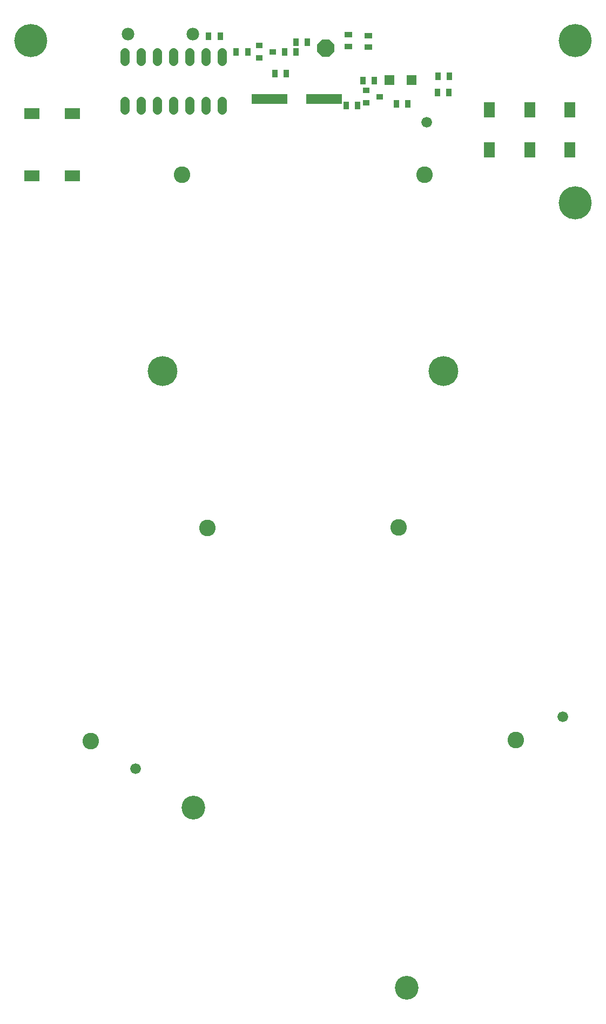
<source format=gts>
G75*
G70*
%OFA0B0*%
%FSLAX24Y24*%
%IPPOS*%
%LPD*%
%AMOC8*
5,1,8,0,0,1.08239X$1,22.5*
%
%ADD10C,0.1024*%
%ADD11C,0.0660*%
%ADD12C,0.0560*%
%ADD13R,0.0670X0.0946*%
%ADD14R,0.0946X0.0670*%
%ADD15C,0.0780*%
%ADD16R,0.0355X0.0512*%
%ADD17R,0.0394X0.0355*%
%ADD18R,0.2205X0.0631*%
%ADD19R,0.0512X0.0355*%
%ADD20R,0.0631X0.0631*%
%ADD21OC8,0.1040*%
%ADD22C,0.1464*%
%ADD23C,0.1840*%
%ADD24C,0.2040*%
D10*
X009336Y017918D03*
X016543Y031029D03*
X028324Y031061D03*
X035577Y017976D03*
X029925Y052803D03*
X014964Y052803D03*
D11*
X030083Y056031D03*
X038477Y019404D03*
X012089Y016225D03*
D12*
X012445Y056814D02*
X012445Y057334D01*
X013445Y057334D02*
X013445Y056814D01*
X014445Y056814D02*
X014445Y057334D01*
X015445Y057334D02*
X015445Y056814D01*
X016445Y056814D02*
X016445Y057334D01*
X017445Y057334D02*
X017445Y056814D01*
X017445Y059814D02*
X017445Y060334D01*
X016445Y060334D02*
X016445Y059814D01*
X015445Y059814D02*
X015445Y060334D01*
X014445Y060334D02*
X014445Y059814D01*
X013445Y059814D02*
X013445Y060334D01*
X012445Y060334D02*
X012445Y059814D01*
X011445Y059814D02*
X011445Y060334D01*
X011445Y057334D02*
X011445Y056814D01*
D13*
X033945Y056814D03*
X033945Y054334D03*
X036445Y054334D03*
X036445Y056814D03*
X038891Y056814D03*
X038891Y054334D03*
D14*
X008185Y052728D03*
X008185Y056574D03*
X005705Y056574D03*
X005705Y052728D03*
D15*
X011645Y061474D03*
X015645Y061474D03*
D16*
X016616Y061347D03*
X017325Y061347D03*
X018315Y060389D03*
X019023Y060389D03*
X020694Y059037D03*
X021402Y059037D03*
X021290Y060374D03*
X021999Y060374D03*
X021990Y060974D03*
X022699Y060974D03*
X025090Y057074D03*
X025799Y057074D03*
X026128Y058596D03*
X026837Y058596D03*
X028190Y057174D03*
X028899Y057174D03*
X030720Y057889D03*
X031429Y057889D03*
X031460Y058889D03*
X030752Y058889D03*
D17*
X027166Y057621D03*
X026339Y057995D03*
X026339Y057247D03*
X020571Y060389D03*
X019744Y060015D03*
X019744Y060763D03*
D18*
X020352Y057465D03*
X023738Y057465D03*
D19*
X025245Y060720D03*
X025245Y061429D03*
X026457Y061381D03*
X026457Y060673D03*
D20*
X027756Y058646D03*
X029134Y058646D03*
D21*
X023845Y060624D03*
D22*
X015673Y013814D03*
X028823Y002712D03*
D23*
X031106Y040704D03*
X013783Y040704D03*
D24*
X005645Y061074D03*
X039245Y061074D03*
X039245Y051074D03*
M02*

</source>
